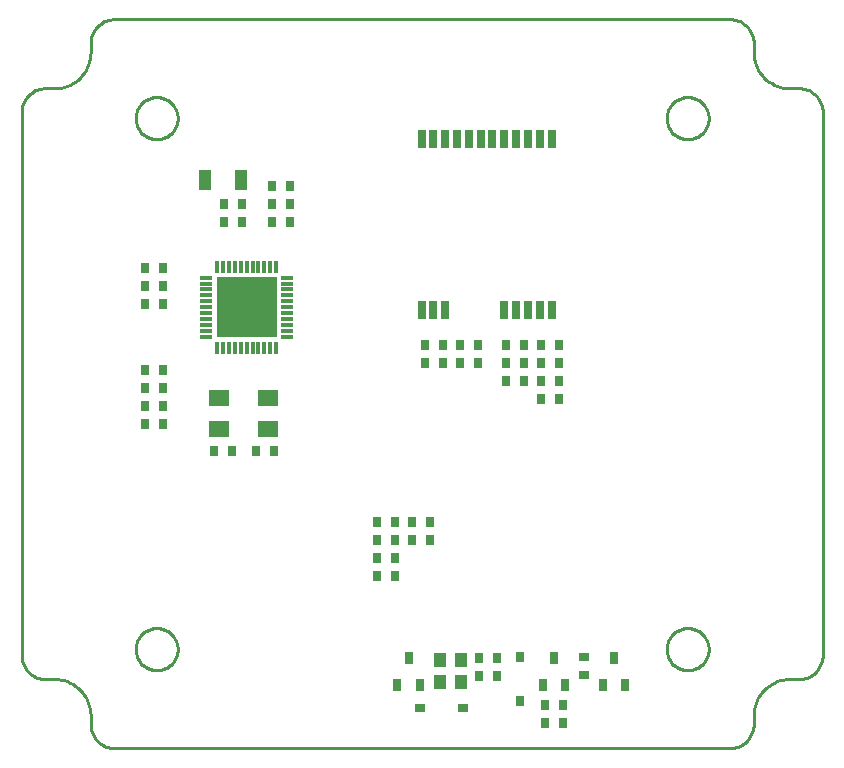
<source format=gbr>
G04 EAGLE Gerber RS-274X export*
G75*
%MOMM*%
%FSLAX34Y34*%
%LPD*%
%INSolderpaste Top*%
%IPPOS*%
%AMOC8*
5,1,8,0,0,1.08239X$1,22.5*%
G01*
%ADD10R,0.762000X0.889000*%
%ADD11R,1.016000X1.270000*%
%ADD12R,0.889000X0.762000*%
%ADD13R,0.635000X1.016000*%
%ADD14R,1.651000X1.397000*%
%ADD15R,1.016000X0.304800*%
%ADD16R,0.304800X1.016000*%
%ADD17R,5.080000X5.080000*%
%ADD18R,1.016000X1.778000*%
%ADD19R,0.700000X1.524000*%
%ADD20C,0.254000*%


D10*
X104140Y320040D03*
X119380Y320040D03*
X439420Y326390D03*
X454660Y326390D03*
X410210Y326390D03*
X425450Y326390D03*
X227330Y476250D03*
X212090Y476250D03*
D11*
X372110Y74930D03*
X354330Y74930D03*
X372110Y55880D03*
X354330Y55880D03*
D10*
X387350Y76200D03*
X402590Y76200D03*
X387350Y60960D03*
X402590Y60960D03*
X104140Y304800D03*
X119380Y304800D03*
X162560Y251460D03*
X177800Y251460D03*
X213360Y251460D03*
X198120Y251460D03*
X186690Y445770D03*
X171450Y445770D03*
X104140Y375920D03*
X119380Y375920D03*
X119380Y274320D03*
X104140Y274320D03*
X439420Y341630D03*
X454660Y341630D03*
D12*
X374015Y34290D03*
X337185Y34290D03*
D13*
X492150Y53340D03*
X511150Y53340D03*
X501650Y76200D03*
D10*
X425450Y341630D03*
X410210Y341630D03*
X425450Y311150D03*
X410210Y311150D03*
X227330Y461010D03*
X212090Y461010D03*
X186690Y461010D03*
X171450Y461010D03*
X119380Y289560D03*
X104140Y289560D03*
X341630Y341630D03*
X356870Y341630D03*
X370840Y341630D03*
X386080Y341630D03*
X341630Y326390D03*
X356870Y326390D03*
X370840Y326390D03*
X386080Y326390D03*
D14*
X167005Y269875D03*
X208915Y269875D03*
X208915Y296545D03*
X167005Y296545D03*
D15*
X156210Y398380D03*
X156210Y393380D03*
X156210Y388380D03*
X156210Y383380D03*
X156210Y378380D03*
X156210Y373380D03*
X156210Y368380D03*
X156210Y363380D03*
X156210Y358380D03*
X156210Y353380D03*
X156210Y348380D03*
D16*
X165500Y339090D03*
X170500Y339090D03*
X175500Y339090D03*
X180500Y339090D03*
X185500Y339090D03*
X190500Y339090D03*
X195500Y339090D03*
X200500Y339090D03*
X205500Y339090D03*
X210500Y339090D03*
X215500Y339090D03*
D15*
X224790Y348380D03*
X224790Y353380D03*
X224790Y358380D03*
X224790Y363380D03*
X224790Y368380D03*
X224790Y373380D03*
X224790Y378380D03*
X224790Y383380D03*
X224790Y388380D03*
X224790Y393380D03*
X224790Y398380D03*
D16*
X215500Y407670D03*
X210500Y407670D03*
X205500Y407670D03*
X200500Y407670D03*
X195500Y407670D03*
X190500Y407670D03*
X185500Y407670D03*
X180500Y407670D03*
X175500Y407670D03*
X170500Y407670D03*
X165500Y407670D03*
D17*
X190500Y373380D03*
D18*
X185420Y481330D03*
X154940Y481330D03*
D10*
X330200Y191770D03*
X345440Y191770D03*
X330200Y176530D03*
X345440Y176530D03*
X316230Y161290D03*
X300990Y161290D03*
X316230Y191770D03*
X300990Y191770D03*
X316230Y176530D03*
X300990Y176530D03*
X316230Y146050D03*
X300990Y146050D03*
D19*
X448660Y515620D03*
X438660Y515620D03*
X428660Y515620D03*
X418660Y515620D03*
X408660Y515620D03*
X398660Y515620D03*
X388660Y515620D03*
X378660Y515620D03*
X368660Y515620D03*
X358660Y515620D03*
X348660Y515620D03*
X338660Y515620D03*
X338660Y370840D03*
X348660Y370840D03*
X358660Y370840D03*
X408660Y370840D03*
X418660Y370840D03*
X428660Y370840D03*
X438660Y370840D03*
X448660Y370840D03*
D10*
X227330Y445770D03*
X212090Y445770D03*
D13*
X318160Y53340D03*
X337160Y53340D03*
X327660Y76200D03*
D10*
X104140Y406400D03*
X119380Y406400D03*
X104140Y391160D03*
X119380Y391160D03*
X439420Y311150D03*
X454660Y311150D03*
X439420Y295910D03*
X454660Y295910D03*
X458470Y21590D03*
X443230Y21590D03*
X458470Y36830D03*
X443230Y36830D03*
D13*
X441350Y53340D03*
X460350Y53340D03*
X450850Y76200D03*
D10*
X421640Y40005D03*
X421640Y76835D03*
D12*
X476250Y77470D03*
X476250Y62230D03*
D20*
X0Y78740D02*
X77Y76969D01*
X309Y75211D01*
X692Y73481D01*
X1225Y71790D01*
X1904Y70152D01*
X2722Y68580D01*
X3675Y67085D01*
X4754Y65679D01*
X5952Y64372D01*
X7259Y63174D01*
X8665Y62095D01*
X10160Y61142D01*
X11732Y60324D01*
X13370Y59645D01*
X15061Y59112D01*
X16791Y58729D01*
X18549Y58497D01*
X20320Y58420D01*
X27940Y58420D01*
X30597Y58304D01*
X33233Y57957D01*
X35829Y57381D01*
X38365Y56582D01*
X40821Y55564D01*
X43180Y54336D01*
X45423Y52908D01*
X47532Y51289D01*
X49493Y49493D01*
X51289Y47532D01*
X52908Y45423D01*
X54336Y43180D01*
X55564Y40821D01*
X56582Y38365D01*
X57381Y35829D01*
X57957Y33233D01*
X58304Y30597D01*
X58420Y27940D01*
X58420Y20320D01*
X58497Y18549D01*
X58729Y16791D01*
X59112Y15061D01*
X59645Y13370D01*
X60324Y11732D01*
X61142Y10160D01*
X62095Y8665D01*
X63174Y7259D01*
X64372Y5952D01*
X65679Y4754D01*
X67085Y3675D01*
X68580Y2722D01*
X70152Y1904D01*
X71790Y1225D01*
X73481Y692D01*
X75211Y309D01*
X76969Y77D01*
X78740Y0D01*
X599440Y0D01*
X601211Y77D01*
X602969Y309D01*
X604699Y692D01*
X606390Y1225D01*
X608028Y1904D01*
X609600Y2722D01*
X611095Y3675D01*
X612501Y4754D01*
X613808Y5952D01*
X615006Y7259D01*
X616085Y8665D01*
X617038Y10160D01*
X617856Y11732D01*
X618535Y13370D01*
X619068Y15061D01*
X619451Y16791D01*
X619683Y18549D01*
X619760Y20320D01*
X619760Y27940D01*
X619876Y30597D01*
X620223Y33233D01*
X620799Y35829D01*
X621598Y38365D01*
X622616Y40821D01*
X623844Y43180D01*
X625272Y45423D01*
X626891Y47532D01*
X628687Y49493D01*
X630648Y51289D01*
X632757Y52908D01*
X635000Y54336D01*
X637359Y55564D01*
X639815Y56582D01*
X642351Y57381D01*
X644947Y57957D01*
X647584Y58304D01*
X650240Y58420D01*
X657860Y58420D01*
X659631Y58497D01*
X661389Y58729D01*
X663119Y59112D01*
X664810Y59645D01*
X666448Y60324D01*
X668020Y61142D01*
X669515Y62095D01*
X670921Y63174D01*
X672228Y64372D01*
X673426Y65679D01*
X674505Y67085D01*
X675458Y68580D01*
X676276Y70152D01*
X676955Y71790D01*
X677488Y73481D01*
X677871Y75211D01*
X678103Y76969D01*
X678180Y78740D01*
X678180Y538480D01*
X678103Y540251D01*
X677871Y542009D01*
X677488Y543739D01*
X676955Y545430D01*
X676276Y547068D01*
X675458Y548640D01*
X674505Y550135D01*
X673426Y551541D01*
X672228Y552848D01*
X670921Y554046D01*
X669515Y555125D01*
X668020Y556078D01*
X666448Y556896D01*
X664810Y557575D01*
X663119Y558108D01*
X661389Y558491D01*
X659631Y558723D01*
X657860Y558800D01*
X650240Y558800D01*
X647584Y558916D01*
X644947Y559263D01*
X642351Y559839D01*
X639815Y560638D01*
X637359Y561656D01*
X635000Y562884D01*
X632757Y564312D01*
X630648Y565931D01*
X628687Y567727D01*
X626891Y569688D01*
X625272Y571797D01*
X623844Y574040D01*
X622616Y576399D01*
X621598Y578855D01*
X620799Y581391D01*
X620223Y583987D01*
X619876Y586624D01*
X619760Y589280D01*
X619760Y596900D01*
X619683Y598671D01*
X619451Y600429D01*
X619068Y602159D01*
X618535Y603850D01*
X617856Y605488D01*
X617038Y607060D01*
X616085Y608555D01*
X615006Y609961D01*
X613808Y611268D01*
X612501Y612466D01*
X611095Y613545D01*
X609600Y614498D01*
X608028Y615316D01*
X606390Y615995D01*
X604699Y616528D01*
X602969Y616911D01*
X601211Y617143D01*
X599440Y617220D01*
X78740Y617220D01*
X76969Y617143D01*
X75211Y616911D01*
X73481Y616528D01*
X71790Y615995D01*
X70152Y615316D01*
X68580Y614498D01*
X67085Y613545D01*
X65679Y612466D01*
X64372Y611268D01*
X63174Y609961D01*
X62095Y608555D01*
X61142Y607060D01*
X60324Y605488D01*
X59645Y603850D01*
X59112Y602159D01*
X58729Y600429D01*
X58497Y598671D01*
X58420Y596900D01*
X58420Y589280D01*
X58304Y586624D01*
X57957Y583987D01*
X57381Y581391D01*
X56582Y578855D01*
X55564Y576399D01*
X54336Y574040D01*
X52908Y571797D01*
X51289Y569688D01*
X49493Y567727D01*
X47532Y565931D01*
X45423Y564312D01*
X43180Y562884D01*
X40821Y561656D01*
X38365Y560638D01*
X35829Y559839D01*
X33233Y559263D01*
X30597Y558916D01*
X27940Y558800D01*
X20320Y558800D01*
X18549Y558723D01*
X16791Y558491D01*
X15061Y558108D01*
X13370Y557575D01*
X11732Y556896D01*
X10160Y556078D01*
X8665Y555125D01*
X7259Y554046D01*
X5952Y552848D01*
X4754Y551541D01*
X3675Y550135D01*
X2722Y548640D01*
X1904Y547068D01*
X1225Y545430D01*
X692Y543739D01*
X309Y542009D01*
X77Y540251D01*
X0Y538480D01*
X0Y78740D01*
X132080Y532818D02*
X132004Y531656D01*
X131852Y530502D01*
X131625Y529360D01*
X131324Y528236D01*
X130949Y527134D01*
X130504Y526058D01*
X129989Y525014D01*
X129407Y524006D01*
X128760Y523038D01*
X128052Y522114D01*
X127284Y521239D01*
X126461Y520416D01*
X125586Y519649D01*
X124662Y518940D01*
X123694Y518293D01*
X122686Y517711D01*
X121642Y517196D01*
X120566Y516751D01*
X119464Y516377D01*
X118340Y516075D01*
X117198Y515848D01*
X116044Y515696D01*
X114882Y515620D01*
X113718Y515620D01*
X112556Y515696D01*
X111402Y515848D01*
X110260Y516075D01*
X109136Y516377D01*
X108034Y516751D01*
X106958Y517196D01*
X105914Y517711D01*
X104906Y518293D01*
X103938Y518940D01*
X103014Y519649D01*
X102139Y520416D01*
X101316Y521239D01*
X100549Y522114D01*
X99840Y523038D01*
X99193Y524006D01*
X98611Y525014D01*
X98096Y526058D01*
X97651Y527134D01*
X97277Y528236D01*
X96975Y529360D01*
X96748Y530502D01*
X96596Y531656D01*
X96520Y532818D01*
X96520Y533982D01*
X96596Y535144D01*
X96748Y536298D01*
X96975Y537440D01*
X97277Y538564D01*
X97651Y539666D01*
X98096Y540742D01*
X98611Y541786D01*
X99193Y542794D01*
X99840Y543762D01*
X100549Y544686D01*
X101316Y545561D01*
X102139Y546384D01*
X103014Y547152D01*
X103938Y547860D01*
X104906Y548507D01*
X105914Y549089D01*
X106958Y549604D01*
X108034Y550049D01*
X109136Y550424D01*
X110260Y550725D01*
X111402Y550952D01*
X112556Y551104D01*
X113718Y551180D01*
X114882Y551180D01*
X116044Y551104D01*
X117198Y550952D01*
X118340Y550725D01*
X119464Y550424D01*
X120566Y550049D01*
X121642Y549604D01*
X122686Y549089D01*
X123694Y548507D01*
X124662Y547860D01*
X125586Y547152D01*
X126461Y546384D01*
X127284Y545561D01*
X128052Y544686D01*
X128760Y543762D01*
X129407Y542794D01*
X129989Y541786D01*
X130504Y540742D01*
X130949Y539666D01*
X131324Y538564D01*
X131625Y537440D01*
X131852Y536298D01*
X132004Y535144D01*
X132080Y533982D01*
X132080Y532818D01*
X581660Y532818D02*
X581584Y531656D01*
X581432Y530502D01*
X581205Y529360D01*
X580904Y528236D01*
X580529Y527134D01*
X580084Y526058D01*
X579569Y525014D01*
X578987Y524006D01*
X578340Y523038D01*
X577632Y522114D01*
X576864Y521239D01*
X576041Y520416D01*
X575166Y519649D01*
X574242Y518940D01*
X573274Y518293D01*
X572266Y517711D01*
X571222Y517196D01*
X570146Y516751D01*
X569044Y516377D01*
X567920Y516075D01*
X566778Y515848D01*
X565624Y515696D01*
X564462Y515620D01*
X563298Y515620D01*
X562136Y515696D01*
X560982Y515848D01*
X559840Y516075D01*
X558716Y516377D01*
X557614Y516751D01*
X556538Y517196D01*
X555494Y517711D01*
X554486Y518293D01*
X553518Y518940D01*
X552594Y519649D01*
X551719Y520416D01*
X550896Y521239D01*
X550129Y522114D01*
X549420Y523038D01*
X548773Y524006D01*
X548191Y525014D01*
X547676Y526058D01*
X547231Y527134D01*
X546857Y528236D01*
X546555Y529360D01*
X546328Y530502D01*
X546176Y531656D01*
X546100Y532818D01*
X546100Y533982D01*
X546176Y535144D01*
X546328Y536298D01*
X546555Y537440D01*
X546857Y538564D01*
X547231Y539666D01*
X547676Y540742D01*
X548191Y541786D01*
X548773Y542794D01*
X549420Y543762D01*
X550129Y544686D01*
X550896Y545561D01*
X551719Y546384D01*
X552594Y547152D01*
X553518Y547860D01*
X554486Y548507D01*
X555494Y549089D01*
X556538Y549604D01*
X557614Y550049D01*
X558716Y550424D01*
X559840Y550725D01*
X560982Y550952D01*
X562136Y551104D01*
X563298Y551180D01*
X564462Y551180D01*
X565624Y551104D01*
X566778Y550952D01*
X567920Y550725D01*
X569044Y550424D01*
X570146Y550049D01*
X571222Y549604D01*
X572266Y549089D01*
X573274Y548507D01*
X574242Y547860D01*
X575166Y547152D01*
X576041Y546384D01*
X576864Y545561D01*
X577632Y544686D01*
X578340Y543762D01*
X578987Y542794D01*
X579569Y541786D01*
X580084Y540742D01*
X580529Y539666D01*
X580904Y538564D01*
X581205Y537440D01*
X581432Y536298D01*
X581584Y535144D01*
X581660Y533982D01*
X581660Y532818D01*
X581660Y83238D02*
X581584Y82076D01*
X581432Y80922D01*
X581205Y79780D01*
X580904Y78656D01*
X580529Y77554D01*
X580084Y76478D01*
X579569Y75434D01*
X578987Y74426D01*
X578340Y73458D01*
X577632Y72534D01*
X576864Y71659D01*
X576041Y70836D01*
X575166Y70069D01*
X574242Y69360D01*
X573274Y68713D01*
X572266Y68131D01*
X571222Y67616D01*
X570146Y67171D01*
X569044Y66797D01*
X567920Y66495D01*
X566778Y66268D01*
X565624Y66116D01*
X564462Y66040D01*
X563298Y66040D01*
X562136Y66116D01*
X560982Y66268D01*
X559840Y66495D01*
X558716Y66797D01*
X557614Y67171D01*
X556538Y67616D01*
X555494Y68131D01*
X554486Y68713D01*
X553518Y69360D01*
X552594Y70069D01*
X551719Y70836D01*
X550896Y71659D01*
X550129Y72534D01*
X549420Y73458D01*
X548773Y74426D01*
X548191Y75434D01*
X547676Y76478D01*
X547231Y77554D01*
X546857Y78656D01*
X546555Y79780D01*
X546328Y80922D01*
X546176Y82076D01*
X546100Y83238D01*
X546100Y84402D01*
X546176Y85564D01*
X546328Y86718D01*
X546555Y87860D01*
X546857Y88984D01*
X547231Y90086D01*
X547676Y91162D01*
X548191Y92206D01*
X548773Y93214D01*
X549420Y94182D01*
X550129Y95106D01*
X550896Y95981D01*
X551719Y96804D01*
X552594Y97572D01*
X553518Y98280D01*
X554486Y98927D01*
X555494Y99509D01*
X556538Y100024D01*
X557614Y100469D01*
X558716Y100844D01*
X559840Y101145D01*
X560982Y101372D01*
X562136Y101524D01*
X563298Y101600D01*
X564462Y101600D01*
X565624Y101524D01*
X566778Y101372D01*
X567920Y101145D01*
X569044Y100844D01*
X570146Y100469D01*
X571222Y100024D01*
X572266Y99509D01*
X573274Y98927D01*
X574242Y98280D01*
X575166Y97572D01*
X576041Y96804D01*
X576864Y95981D01*
X577632Y95106D01*
X578340Y94182D01*
X578987Y93214D01*
X579569Y92206D01*
X580084Y91162D01*
X580529Y90086D01*
X580904Y88984D01*
X581205Y87860D01*
X581432Y86718D01*
X581584Y85564D01*
X581660Y84402D01*
X581660Y83238D01*
X132080Y83238D02*
X132004Y82076D01*
X131852Y80922D01*
X131625Y79780D01*
X131324Y78656D01*
X130949Y77554D01*
X130504Y76478D01*
X129989Y75434D01*
X129407Y74426D01*
X128760Y73458D01*
X128052Y72534D01*
X127284Y71659D01*
X126461Y70836D01*
X125586Y70069D01*
X124662Y69360D01*
X123694Y68713D01*
X122686Y68131D01*
X121642Y67616D01*
X120566Y67171D01*
X119464Y66797D01*
X118340Y66495D01*
X117198Y66268D01*
X116044Y66116D01*
X114882Y66040D01*
X113718Y66040D01*
X112556Y66116D01*
X111402Y66268D01*
X110260Y66495D01*
X109136Y66797D01*
X108034Y67171D01*
X106958Y67616D01*
X105914Y68131D01*
X104906Y68713D01*
X103938Y69360D01*
X103014Y70069D01*
X102139Y70836D01*
X101316Y71659D01*
X100549Y72534D01*
X99840Y73458D01*
X99193Y74426D01*
X98611Y75434D01*
X98096Y76478D01*
X97651Y77554D01*
X97277Y78656D01*
X96975Y79780D01*
X96748Y80922D01*
X96596Y82076D01*
X96520Y83238D01*
X96520Y84402D01*
X96596Y85564D01*
X96748Y86718D01*
X96975Y87860D01*
X97277Y88984D01*
X97651Y90086D01*
X98096Y91162D01*
X98611Y92206D01*
X99193Y93214D01*
X99840Y94182D01*
X100549Y95106D01*
X101316Y95981D01*
X102139Y96804D01*
X103014Y97572D01*
X103938Y98280D01*
X104906Y98927D01*
X105914Y99509D01*
X106958Y100024D01*
X108034Y100469D01*
X109136Y100844D01*
X110260Y101145D01*
X111402Y101372D01*
X112556Y101524D01*
X113718Y101600D01*
X114882Y101600D01*
X116044Y101524D01*
X117198Y101372D01*
X118340Y101145D01*
X119464Y100844D01*
X120566Y100469D01*
X121642Y100024D01*
X122686Y99509D01*
X123694Y98927D01*
X124662Y98280D01*
X125586Y97572D01*
X126461Y96804D01*
X127284Y95981D01*
X128052Y95106D01*
X128760Y94182D01*
X129407Y93214D01*
X129989Y92206D01*
X130504Y91162D01*
X130949Y90086D01*
X131324Y88984D01*
X131625Y87860D01*
X131852Y86718D01*
X132004Y85564D01*
X132080Y84402D01*
X132080Y83238D01*
M02*

</source>
